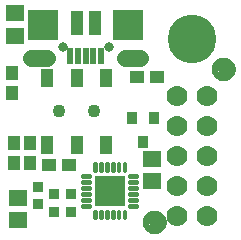
<source format=gbr>
G04 EAGLE Gerber RS-274X export*
G75*
%MOMM*%
%FSLAX34Y34*%
%LPD*%
%INSoldermask Top*%
%IPPOS*%
%AMOC8*
5,1,8,0,0,1.08239X$1,22.5*%
G01*
%ADD10C,0.240406*%
%ADD11R,2.601600X2.601600*%
%ADD12C,0.801600*%
%ADD13R,2.514600X2.514600*%
%ADD14C,1.409600*%
%ADD15R,1.101600X2.101600*%
%ADD16R,0.500000X1.450000*%
%ADD17R,1.601600X1.341600*%
%ADD18C,1.101600*%
%ADD19C,0.500000*%
%ADD20R,0.901600X0.901600*%
%ADD21R,1.101600X1.176600*%
%ADD22C,4.117600*%
%ADD23R,1.176600X1.101600*%
%ADD24C,1.778000*%
%ADD25R,0.889000X0.990600*%
%ADD26R,1.101600X1.601600*%


D10*
X103376Y60136D02*
X103376Y53524D01*
X101964Y53524D01*
X101964Y60136D01*
X103376Y60136D01*
X103376Y55808D02*
X101964Y55808D01*
X101964Y58092D02*
X103376Y58092D01*
X98376Y60136D02*
X98376Y53524D01*
X96964Y53524D01*
X96964Y60136D01*
X98376Y60136D01*
X98376Y55808D02*
X96964Y55808D01*
X96964Y58092D02*
X98376Y58092D01*
X93376Y60136D02*
X93376Y53524D01*
X91964Y53524D01*
X91964Y60136D01*
X93376Y60136D01*
X93376Y55808D02*
X91964Y55808D01*
X91964Y58092D02*
X93376Y58092D01*
X88376Y60136D02*
X88376Y53524D01*
X86964Y53524D01*
X86964Y60136D01*
X88376Y60136D01*
X88376Y55808D02*
X86964Y55808D01*
X86964Y58092D02*
X88376Y58092D01*
X83376Y60136D02*
X83376Y53524D01*
X81964Y53524D01*
X81964Y60136D01*
X83376Y60136D01*
X83376Y55808D02*
X81964Y55808D01*
X81964Y58092D02*
X83376Y58092D01*
X78376Y60136D02*
X78376Y53524D01*
X76964Y53524D01*
X76964Y60136D01*
X78376Y60136D01*
X78376Y55808D02*
X76964Y55808D01*
X76964Y58092D02*
X78376Y58092D01*
X73476Y48624D02*
X66864Y48624D01*
X66864Y50036D01*
X73476Y50036D01*
X73476Y48624D01*
X73476Y43624D02*
X66864Y43624D01*
X66864Y45036D01*
X73476Y45036D01*
X73476Y43624D01*
X73476Y38624D02*
X66864Y38624D01*
X66864Y40036D01*
X73476Y40036D01*
X73476Y38624D01*
X73476Y33624D02*
X66864Y33624D01*
X66864Y35036D01*
X73476Y35036D01*
X73476Y33624D01*
X73476Y28624D02*
X66864Y28624D01*
X66864Y30036D01*
X73476Y30036D01*
X73476Y28624D01*
X73476Y23624D02*
X66864Y23624D01*
X66864Y25036D01*
X73476Y25036D01*
X73476Y23624D01*
X76964Y20136D02*
X76964Y13524D01*
X76964Y20136D02*
X78376Y20136D01*
X78376Y13524D01*
X76964Y13524D01*
X76964Y15808D02*
X78376Y15808D01*
X78376Y18092D02*
X76964Y18092D01*
X81964Y20136D02*
X81964Y13524D01*
X81964Y20136D02*
X83376Y20136D01*
X83376Y13524D01*
X81964Y13524D01*
X81964Y15808D02*
X83376Y15808D01*
X83376Y18092D02*
X81964Y18092D01*
X86964Y20136D02*
X86964Y13524D01*
X86964Y20136D02*
X88376Y20136D01*
X88376Y13524D01*
X86964Y13524D01*
X86964Y15808D02*
X88376Y15808D01*
X88376Y18092D02*
X86964Y18092D01*
X91964Y20136D02*
X91964Y13524D01*
X91964Y20136D02*
X93376Y20136D01*
X93376Y13524D01*
X91964Y13524D01*
X91964Y15808D02*
X93376Y15808D01*
X93376Y18092D02*
X91964Y18092D01*
X96964Y20136D02*
X96964Y13524D01*
X96964Y20136D02*
X98376Y20136D01*
X98376Y13524D01*
X96964Y13524D01*
X96964Y15808D02*
X98376Y15808D01*
X98376Y18092D02*
X96964Y18092D01*
X101964Y20136D02*
X101964Y13524D01*
X101964Y20136D02*
X103376Y20136D01*
X103376Y13524D01*
X101964Y13524D01*
X101964Y15808D02*
X103376Y15808D01*
X103376Y18092D02*
X101964Y18092D01*
X106864Y25036D02*
X113476Y25036D01*
X113476Y23624D01*
X106864Y23624D01*
X106864Y25036D01*
X106864Y30036D02*
X113476Y30036D01*
X113476Y28624D01*
X106864Y28624D01*
X106864Y30036D01*
X106864Y35036D02*
X113476Y35036D01*
X113476Y33624D01*
X106864Y33624D01*
X106864Y35036D01*
X106864Y40036D02*
X113476Y40036D01*
X113476Y38624D01*
X106864Y38624D01*
X106864Y40036D01*
X106864Y45036D02*
X113476Y45036D01*
X113476Y43624D01*
X106864Y43624D01*
X106864Y45036D01*
X106864Y50036D02*
X113476Y50036D01*
X113476Y48624D01*
X106864Y48624D01*
X106864Y50036D01*
D11*
X90170Y36830D03*
D12*
X89350Y158750D03*
X50350Y158750D03*
D13*
X33850Y177750D03*
X105850Y177750D03*
D14*
X102850Y149750D02*
X115930Y149750D01*
X36850Y149750D02*
X23770Y149750D01*
D15*
X77350Y178750D03*
X62350Y178750D03*
D16*
X82850Y151000D03*
X76350Y151000D03*
X69850Y151000D03*
X63350Y151000D03*
X56850Y151000D03*
D17*
X12700Y12090D03*
X12700Y31090D03*
X10160Y168300D03*
X10160Y187300D03*
X125730Y64110D03*
X125730Y45110D03*
D18*
X186690Y139700D03*
D19*
X186690Y147200D02*
X186509Y147198D01*
X186328Y147191D01*
X186147Y147180D01*
X185966Y147165D01*
X185786Y147145D01*
X185606Y147121D01*
X185427Y147093D01*
X185249Y147060D01*
X185072Y147023D01*
X184895Y146982D01*
X184720Y146937D01*
X184545Y146887D01*
X184372Y146833D01*
X184201Y146775D01*
X184030Y146713D01*
X183862Y146646D01*
X183695Y146576D01*
X183529Y146502D01*
X183366Y146423D01*
X183205Y146341D01*
X183045Y146255D01*
X182888Y146165D01*
X182733Y146071D01*
X182580Y145974D01*
X182430Y145872D01*
X182282Y145768D01*
X182136Y145659D01*
X181994Y145548D01*
X181854Y145432D01*
X181717Y145314D01*
X181582Y145192D01*
X181451Y145067D01*
X181323Y144939D01*
X181198Y144808D01*
X181076Y144673D01*
X180958Y144536D01*
X180842Y144396D01*
X180731Y144254D01*
X180622Y144108D01*
X180518Y143960D01*
X180416Y143810D01*
X180319Y143657D01*
X180225Y143502D01*
X180135Y143345D01*
X180049Y143185D01*
X179967Y143024D01*
X179888Y142861D01*
X179814Y142695D01*
X179744Y142528D01*
X179677Y142360D01*
X179615Y142189D01*
X179557Y142018D01*
X179503Y141845D01*
X179453Y141670D01*
X179408Y141495D01*
X179367Y141318D01*
X179330Y141141D01*
X179297Y140963D01*
X179269Y140784D01*
X179245Y140604D01*
X179225Y140424D01*
X179210Y140243D01*
X179199Y140062D01*
X179192Y139881D01*
X179190Y139700D01*
X186690Y147200D02*
X186871Y147198D01*
X187052Y147191D01*
X187233Y147180D01*
X187414Y147165D01*
X187594Y147145D01*
X187774Y147121D01*
X187953Y147093D01*
X188131Y147060D01*
X188308Y147023D01*
X188485Y146982D01*
X188660Y146937D01*
X188835Y146887D01*
X189008Y146833D01*
X189179Y146775D01*
X189350Y146713D01*
X189518Y146646D01*
X189685Y146576D01*
X189851Y146502D01*
X190014Y146423D01*
X190175Y146341D01*
X190335Y146255D01*
X190492Y146165D01*
X190647Y146071D01*
X190800Y145974D01*
X190950Y145872D01*
X191098Y145768D01*
X191244Y145659D01*
X191386Y145548D01*
X191526Y145432D01*
X191663Y145314D01*
X191798Y145192D01*
X191929Y145067D01*
X192057Y144939D01*
X192182Y144808D01*
X192304Y144673D01*
X192422Y144536D01*
X192538Y144396D01*
X192649Y144254D01*
X192758Y144108D01*
X192862Y143960D01*
X192964Y143810D01*
X193061Y143657D01*
X193155Y143502D01*
X193245Y143345D01*
X193331Y143185D01*
X193413Y143024D01*
X193492Y142861D01*
X193566Y142695D01*
X193636Y142528D01*
X193703Y142360D01*
X193765Y142189D01*
X193823Y142018D01*
X193877Y141845D01*
X193927Y141670D01*
X193972Y141495D01*
X194013Y141318D01*
X194050Y141141D01*
X194083Y140963D01*
X194111Y140784D01*
X194135Y140604D01*
X194155Y140424D01*
X194170Y140243D01*
X194181Y140062D01*
X194188Y139881D01*
X194190Y139700D01*
X194188Y139519D01*
X194181Y139338D01*
X194170Y139157D01*
X194155Y138976D01*
X194135Y138796D01*
X194111Y138616D01*
X194083Y138437D01*
X194050Y138259D01*
X194013Y138082D01*
X193972Y137905D01*
X193927Y137730D01*
X193877Y137555D01*
X193823Y137382D01*
X193765Y137211D01*
X193703Y137040D01*
X193636Y136872D01*
X193566Y136705D01*
X193492Y136539D01*
X193413Y136376D01*
X193331Y136215D01*
X193245Y136055D01*
X193155Y135898D01*
X193061Y135743D01*
X192964Y135590D01*
X192862Y135440D01*
X192758Y135292D01*
X192649Y135146D01*
X192538Y135004D01*
X192422Y134864D01*
X192304Y134727D01*
X192182Y134592D01*
X192057Y134461D01*
X191929Y134333D01*
X191798Y134208D01*
X191663Y134086D01*
X191526Y133968D01*
X191386Y133852D01*
X191244Y133741D01*
X191098Y133632D01*
X190950Y133528D01*
X190800Y133426D01*
X190647Y133329D01*
X190492Y133235D01*
X190335Y133145D01*
X190175Y133059D01*
X190014Y132977D01*
X189851Y132898D01*
X189685Y132824D01*
X189518Y132754D01*
X189350Y132687D01*
X189179Y132625D01*
X189008Y132567D01*
X188835Y132513D01*
X188660Y132463D01*
X188485Y132418D01*
X188308Y132377D01*
X188131Y132340D01*
X187953Y132307D01*
X187774Y132279D01*
X187594Y132255D01*
X187414Y132235D01*
X187233Y132220D01*
X187052Y132209D01*
X186871Y132202D01*
X186690Y132200D01*
X186509Y132202D01*
X186328Y132209D01*
X186147Y132220D01*
X185966Y132235D01*
X185786Y132255D01*
X185606Y132279D01*
X185427Y132307D01*
X185249Y132340D01*
X185072Y132377D01*
X184895Y132418D01*
X184720Y132463D01*
X184545Y132513D01*
X184372Y132567D01*
X184201Y132625D01*
X184030Y132687D01*
X183862Y132754D01*
X183695Y132824D01*
X183529Y132898D01*
X183366Y132977D01*
X183205Y133059D01*
X183045Y133145D01*
X182888Y133235D01*
X182733Y133329D01*
X182580Y133426D01*
X182430Y133528D01*
X182282Y133632D01*
X182136Y133741D01*
X181994Y133852D01*
X181854Y133968D01*
X181717Y134086D01*
X181582Y134208D01*
X181451Y134333D01*
X181323Y134461D01*
X181198Y134592D01*
X181076Y134727D01*
X180958Y134864D01*
X180842Y135004D01*
X180731Y135146D01*
X180622Y135292D01*
X180518Y135440D01*
X180416Y135590D01*
X180319Y135743D01*
X180225Y135898D01*
X180135Y136055D01*
X180049Y136215D01*
X179967Y136376D01*
X179888Y136539D01*
X179814Y136705D01*
X179744Y136872D01*
X179677Y137040D01*
X179615Y137211D01*
X179557Y137382D01*
X179503Y137555D01*
X179453Y137730D01*
X179408Y137905D01*
X179367Y138082D01*
X179330Y138259D01*
X179297Y138437D01*
X179269Y138616D01*
X179245Y138796D01*
X179225Y138976D01*
X179210Y139157D01*
X179199Y139338D01*
X179192Y139519D01*
X179190Y139700D01*
D20*
X43180Y19170D03*
X43180Y34170D03*
X57150Y19170D03*
X57150Y34170D03*
D21*
X22860Y60080D03*
X22860Y77080D03*
X7620Y119770D03*
X7620Y136770D03*
D22*
X160020Y165608D03*
D23*
X55490Y58420D03*
X38490Y58420D03*
D24*
X147320Y116840D03*
X172720Y116840D03*
X147320Y91440D03*
X172720Y91440D03*
X147320Y66040D03*
X172720Y66040D03*
X147320Y40640D03*
X172720Y40640D03*
X147320Y15240D03*
X172720Y15240D03*
D25*
X128016Y98425D03*
X108712Y98425D03*
X118364Y78105D03*
D23*
X130420Y133350D03*
X113420Y133350D03*
D26*
X87230Y76140D03*
X62230Y76140D03*
X37230Y76140D03*
X37230Y132140D03*
X62230Y132140D03*
X87230Y132140D03*
D18*
X47230Y104140D03*
X77230Y104140D03*
X128270Y10160D03*
D19*
X128270Y17660D02*
X128089Y17658D01*
X127908Y17651D01*
X127727Y17640D01*
X127546Y17625D01*
X127366Y17605D01*
X127186Y17581D01*
X127007Y17553D01*
X126829Y17520D01*
X126652Y17483D01*
X126475Y17442D01*
X126300Y17397D01*
X126125Y17347D01*
X125952Y17293D01*
X125781Y17235D01*
X125610Y17173D01*
X125442Y17106D01*
X125275Y17036D01*
X125109Y16962D01*
X124946Y16883D01*
X124785Y16801D01*
X124625Y16715D01*
X124468Y16625D01*
X124313Y16531D01*
X124160Y16434D01*
X124010Y16332D01*
X123862Y16228D01*
X123716Y16119D01*
X123574Y16008D01*
X123434Y15892D01*
X123297Y15774D01*
X123162Y15652D01*
X123031Y15527D01*
X122903Y15399D01*
X122778Y15268D01*
X122656Y15133D01*
X122538Y14996D01*
X122422Y14856D01*
X122311Y14714D01*
X122202Y14568D01*
X122098Y14420D01*
X121996Y14270D01*
X121899Y14117D01*
X121805Y13962D01*
X121715Y13805D01*
X121629Y13645D01*
X121547Y13484D01*
X121468Y13321D01*
X121394Y13155D01*
X121324Y12988D01*
X121257Y12820D01*
X121195Y12649D01*
X121137Y12478D01*
X121083Y12305D01*
X121033Y12130D01*
X120988Y11955D01*
X120947Y11778D01*
X120910Y11601D01*
X120877Y11423D01*
X120849Y11244D01*
X120825Y11064D01*
X120805Y10884D01*
X120790Y10703D01*
X120779Y10522D01*
X120772Y10341D01*
X120770Y10160D01*
X128270Y17660D02*
X128451Y17658D01*
X128632Y17651D01*
X128813Y17640D01*
X128994Y17625D01*
X129174Y17605D01*
X129354Y17581D01*
X129533Y17553D01*
X129711Y17520D01*
X129888Y17483D01*
X130065Y17442D01*
X130240Y17397D01*
X130415Y17347D01*
X130588Y17293D01*
X130759Y17235D01*
X130930Y17173D01*
X131098Y17106D01*
X131265Y17036D01*
X131431Y16962D01*
X131594Y16883D01*
X131755Y16801D01*
X131915Y16715D01*
X132072Y16625D01*
X132227Y16531D01*
X132380Y16434D01*
X132530Y16332D01*
X132678Y16228D01*
X132824Y16119D01*
X132966Y16008D01*
X133106Y15892D01*
X133243Y15774D01*
X133378Y15652D01*
X133509Y15527D01*
X133637Y15399D01*
X133762Y15268D01*
X133884Y15133D01*
X134002Y14996D01*
X134118Y14856D01*
X134229Y14714D01*
X134338Y14568D01*
X134442Y14420D01*
X134544Y14270D01*
X134641Y14117D01*
X134735Y13962D01*
X134825Y13805D01*
X134911Y13645D01*
X134993Y13484D01*
X135072Y13321D01*
X135146Y13155D01*
X135216Y12988D01*
X135283Y12820D01*
X135345Y12649D01*
X135403Y12478D01*
X135457Y12305D01*
X135507Y12130D01*
X135552Y11955D01*
X135593Y11778D01*
X135630Y11601D01*
X135663Y11423D01*
X135691Y11244D01*
X135715Y11064D01*
X135735Y10884D01*
X135750Y10703D01*
X135761Y10522D01*
X135768Y10341D01*
X135770Y10160D01*
X135768Y9979D01*
X135761Y9798D01*
X135750Y9617D01*
X135735Y9436D01*
X135715Y9256D01*
X135691Y9076D01*
X135663Y8897D01*
X135630Y8719D01*
X135593Y8542D01*
X135552Y8365D01*
X135507Y8190D01*
X135457Y8015D01*
X135403Y7842D01*
X135345Y7671D01*
X135283Y7500D01*
X135216Y7332D01*
X135146Y7165D01*
X135072Y6999D01*
X134993Y6836D01*
X134911Y6675D01*
X134825Y6515D01*
X134735Y6358D01*
X134641Y6203D01*
X134544Y6050D01*
X134442Y5900D01*
X134338Y5752D01*
X134229Y5606D01*
X134118Y5464D01*
X134002Y5324D01*
X133884Y5187D01*
X133762Y5052D01*
X133637Y4921D01*
X133509Y4793D01*
X133378Y4668D01*
X133243Y4546D01*
X133106Y4428D01*
X132966Y4312D01*
X132824Y4201D01*
X132678Y4092D01*
X132530Y3988D01*
X132380Y3886D01*
X132227Y3789D01*
X132072Y3695D01*
X131915Y3605D01*
X131755Y3519D01*
X131594Y3437D01*
X131431Y3358D01*
X131265Y3284D01*
X131098Y3214D01*
X130930Y3147D01*
X130759Y3085D01*
X130588Y3027D01*
X130415Y2973D01*
X130240Y2923D01*
X130065Y2878D01*
X129888Y2837D01*
X129711Y2800D01*
X129533Y2767D01*
X129354Y2739D01*
X129174Y2715D01*
X128994Y2695D01*
X128813Y2680D01*
X128632Y2669D01*
X128451Y2662D01*
X128270Y2660D01*
X128089Y2662D01*
X127908Y2669D01*
X127727Y2680D01*
X127546Y2695D01*
X127366Y2715D01*
X127186Y2739D01*
X127007Y2767D01*
X126829Y2800D01*
X126652Y2837D01*
X126475Y2878D01*
X126300Y2923D01*
X126125Y2973D01*
X125952Y3027D01*
X125781Y3085D01*
X125610Y3147D01*
X125442Y3214D01*
X125275Y3284D01*
X125109Y3358D01*
X124946Y3437D01*
X124785Y3519D01*
X124625Y3605D01*
X124468Y3695D01*
X124313Y3789D01*
X124160Y3886D01*
X124010Y3988D01*
X123862Y4092D01*
X123716Y4201D01*
X123574Y4312D01*
X123434Y4428D01*
X123297Y4546D01*
X123162Y4668D01*
X123031Y4793D01*
X122903Y4921D01*
X122778Y5052D01*
X122656Y5187D01*
X122538Y5324D01*
X122422Y5464D01*
X122311Y5606D01*
X122202Y5752D01*
X122098Y5900D01*
X121996Y6050D01*
X121899Y6203D01*
X121805Y6358D01*
X121715Y6515D01*
X121629Y6675D01*
X121547Y6836D01*
X121468Y6999D01*
X121394Y7165D01*
X121324Y7332D01*
X121257Y7500D01*
X121195Y7671D01*
X121137Y7842D01*
X121083Y8015D01*
X121033Y8190D01*
X120988Y8365D01*
X120947Y8542D01*
X120910Y8719D01*
X120877Y8897D01*
X120849Y9076D01*
X120825Y9256D01*
X120805Y9436D01*
X120790Y9617D01*
X120779Y9798D01*
X120772Y9979D01*
X120770Y10160D01*
D20*
X29210Y25520D03*
X29210Y40520D03*
D21*
X8890Y60080D03*
X8890Y77080D03*
M02*

</source>
